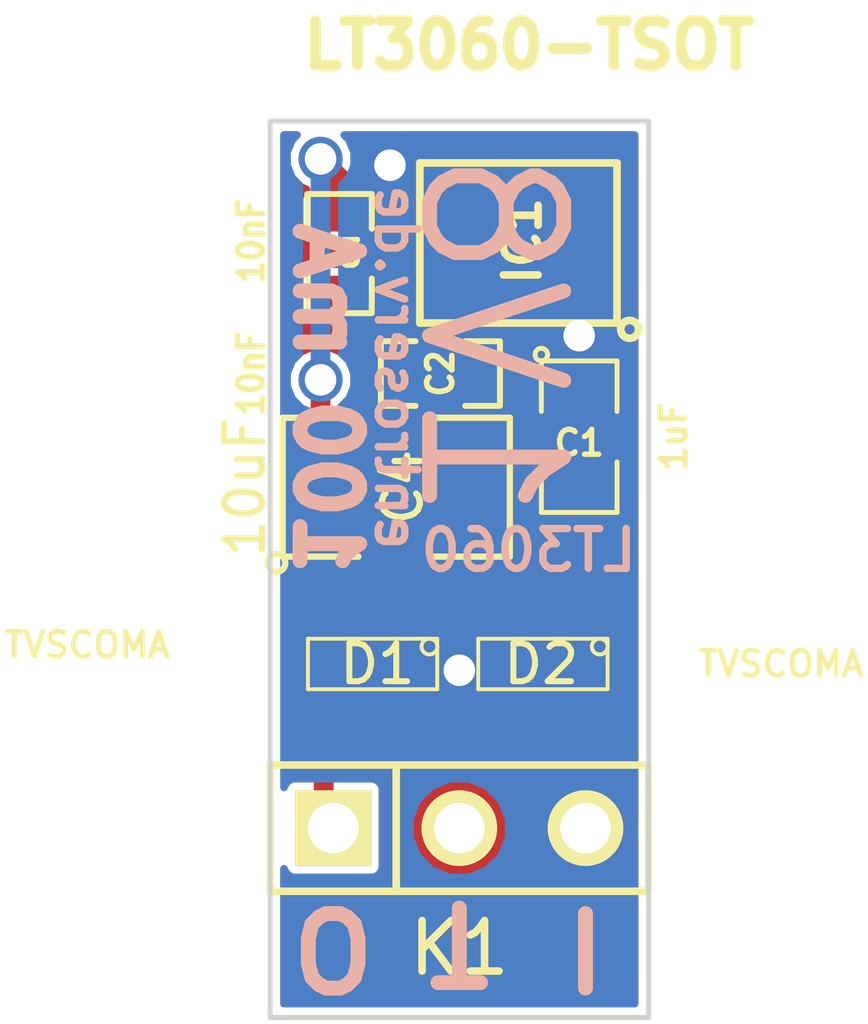
<source format=kicad_pcb>
(kicad_pcb (version 3) (host pcbnew "(2013-07-07 BZR 4022)-stable")

  (general
    (links 19)
    (no_connects 0)
    (area 47.507548 47.0011 65.776452 68.9372)
    (thickness 1.6)
    (drawings 12)
    (tracks 31)
    (zones 0)
    (modules 8)
    (nets 7)
  )

  (page A3)
  (layers
    (15 F.Cu signal)
    (0 B.Cu signal)
    (16 B.Adhes user)
    (17 F.Adhes user)
    (18 B.Paste user)
    (19 F.Paste user)
    (20 B.SilkS user)
    (21 F.SilkS user)
    (22 B.Mask user)
    (23 F.Mask user)
    (24 Dwgs.User user)
    (25 Cmts.User user)
    (26 Eco1.User user)
    (27 Eco2.User user)
    (28 Edge.Cuts user)
  )

  (setup
    (last_trace_width 0.4)
    (trace_clearance 0.154)
    (zone_clearance 0.154)
    (zone_45_only no)
    (trace_min 0.254)
    (segment_width 0.2)
    (edge_width 0.1)
    (via_size 0.889)
    (via_drill 0.635)
    (via_min_size 0.889)
    (via_min_drill 0.508)
    (uvia_size 0.508)
    (uvia_drill 0.127)
    (uvias_allowed no)
    (uvia_min_size 0.508)
    (uvia_min_drill 0.127)
    (pcb_text_width 0.3)
    (pcb_text_size 1.5 1.5)
    (mod_edge_width 0.154)
    (mod_text_size 1 1)
    (mod_text_width 0.15)
    (pad_size 1.5 1.5)
    (pad_drill 0.6)
    (pad_to_mask_clearance 0)
    (aux_axis_origin 0 0)
    (visible_elements 7FFFFFFF)
    (pcbplotparams
      (layerselection 284196865)
      (usegerberextensions true)
      (excludeedgelayer true)
      (linewidth 0.150000)
      (plotframeref false)
      (viasonmask false)
      (mode 1)
      (useauxorigin false)
      (hpglpennumber 1)
      (hpglpenspeed 20)
      (hpglpendiameter 15)
      (hpglpenoverlay 2)
      (psnegative false)
      (psa4output false)
      (plotreference true)
      (plotvalue true)
      (plotothertext true)
      (plotinvisibletext false)
      (padsonsilk false)
      (subtractmaskfromsilk false)
      (outputformat 1)
      (mirror false)
      (drillshape 0)
      (scaleselection 1)
      (outputdirectory ""))
  )

  (net 0 "")
  (net 1 /Vin)
  (net 2 /Vout)
  (net 3 GND)
  (net 4 N-000001)
  (net 5 N-000002)
  (net 6 N-000004)

  (net_class Default "Dies ist die voreingestellte Netzklasse."
    (clearance 0.154)
    (trace_width 0.4)
    (via_dia 0.889)
    (via_drill 0.635)
    (uvia_dia 0.508)
    (uvia_drill 0.127)
    (add_net "")
    (add_net /Vin)
    (add_net /Vout)
    (add_net GND)
    (add_net N-000001)
    (add_net N-000002)
    (add_net N-000004)
  )

  (module SM1210 (layer F.Cu) (tedit 53DE8A50) (tstamp 53DC3E22)
    (at 55.88 56.642)
    (tags "CMS SM")
    (path /53DBB648)
    (attr smd)
    (fp_text reference C4 (at 0.127 0 90) (layer F.SilkS)
      (effects (font (size 0.762 0.762) (thickness 0.127)))
    )
    (fp_text value 10uF (at -3.048 0 90) (layer F.SilkS)
      (effects (font (size 0.762 0.762) (thickness 0.127)))
    )
    (fp_circle (center -2.413 1.524) (end -2.286 1.397) (layer F.SilkS) (width 0.127))
    (fp_line (start -0.762 -1.397) (end -2.286 -1.397) (layer F.SilkS) (width 0.127))
    (fp_line (start -2.286 -1.397) (end -2.286 1.397) (layer F.SilkS) (width 0.127))
    (fp_line (start -2.286 1.397) (end -0.762 1.397) (layer F.SilkS) (width 0.127))
    (fp_line (start 0.762 1.397) (end 2.286 1.397) (layer F.SilkS) (width 0.127))
    (fp_line (start 2.286 1.397) (end 2.286 -1.397) (layer F.SilkS) (width 0.127))
    (fp_line (start 2.286 -1.397) (end 0.762 -1.397) (layer F.SilkS) (width 0.127))
    (pad 1 smd rect (at -1.524 0) (size 1.27 2.54)
      (layers F.Cu F.Paste F.Mask)
      (net 2 /Vout)
    )
    (pad 2 smd rect (at 1.524 0) (size 1.27 2.54)
      (layers F.Cu F.Paste F.Mask)
      (net 3 GND)
    )
    (model smd/chip_cms.wrl
      (at (xyz 0 0 0))
      (scale (xyz 0.17 0.2 0.17))
      (rotate (xyz 0 0 0))
    )
  )

  (module SM0805 (layer F.Cu) (tedit 53DE8A44) (tstamp 53DC3E2F)
    (at 59.563 55.626 270)
    (path /53DBB64E)
    (attr smd)
    (fp_text reference C1 (at 0.127 0 360) (layer F.SilkS)
      (effects (font (size 0.50038 0.50038) (thickness 0.10922)))
    )
    (fp_text value 1uF (at 0 -1.905 270) (layer F.SilkS)
      (effects (font (size 0.50038 0.50038) (thickness 0.10922)))
    )
    (fp_circle (center -1.651 0.762) (end -1.651 0.635) (layer F.SilkS) (width 0.09906))
    (fp_line (start -0.508 0.762) (end -1.524 0.762) (layer F.SilkS) (width 0.09906))
    (fp_line (start -1.524 0.762) (end -1.524 -0.762) (layer F.SilkS) (width 0.09906))
    (fp_line (start -1.524 -0.762) (end -0.508 -0.762) (layer F.SilkS) (width 0.09906))
    (fp_line (start 0.508 -0.762) (end 1.524 -0.762) (layer F.SilkS) (width 0.09906))
    (fp_line (start 1.524 -0.762) (end 1.524 0.762) (layer F.SilkS) (width 0.09906))
    (fp_line (start 1.524 0.762) (end 0.508 0.762) (layer F.SilkS) (width 0.09906))
    (pad 1 smd rect (at -0.9525 0 270) (size 0.889 1.397)
      (layers F.Cu F.Paste F.Mask)
      (net 1 /Vin)
    )
    (pad 2 smd rect (at 0.9525 0 270) (size 0.889 1.397)
      (layers F.Cu F.Paste F.Mask)
      (net 3 GND)
    )
    (model smd/chip_cms.wrl
      (at (xyz 0 0 0))
      (scale (xyz 0.1 0.1 0.1))
      (rotate (xyz 0 0 0))
    )
  )

  (module SM0603_Capa (layer F.Cu) (tedit 53DE8A55) (tstamp 53DC3E3B)
    (at 56.769 54.356)
    (path /53DBB623)
    (attr smd)
    (fp_text reference C2 (at 0 0 90) (layer F.SilkS)
      (effects (font (size 0.508 0.4572) (thickness 0.1143)))
    )
    (fp_text value 10nF (at -3.81 0 90) (layer F.SilkS)
      (effects (font (size 0.508 0.4572) (thickness 0.1143)))
    )
    (fp_line (start 0.50038 0.65024) (end 1.19888 0.65024) (layer F.SilkS) (width 0.11938))
    (fp_line (start -0.50038 0.65024) (end -1.19888 0.65024) (layer F.SilkS) (width 0.11938))
    (fp_line (start 0.50038 -0.65024) (end 1.19888 -0.65024) (layer F.SilkS) (width 0.11938))
    (fp_line (start -1.19888 -0.65024) (end -0.50038 -0.65024) (layer F.SilkS) (width 0.11938))
    (fp_line (start 1.19888 -0.635) (end 1.19888 0.635) (layer F.SilkS) (width 0.11938))
    (fp_line (start -1.19888 0.635) (end -1.19888 -0.635) (layer F.SilkS) (width 0.11938))
    (pad 1 smd rect (at -0.762 0) (size 0.635 1.143)
      (layers F.Cu F.Paste F.Mask)
      (net 4 N-000001)
    )
    (pad 2 smd rect (at 0.762 0) (size 0.635 1.143)
      (layers F.Cu F.Paste F.Mask)
      (net 3 GND)
    )
    (model smd\capacitors\C0603.wrl
      (at (xyz 0 0 0.001))
      (scale (xyz 0.5 0.5 0.5))
      (rotate (xyz 0 0 0))
    )
  )

  (module SM0603_Capa (layer F.Cu) (tedit 53DE8A60) (tstamp 53DC3E47)
    (at 54.737 51.943 270)
    (path /53DBB63F)
    (attr smd)
    (fp_text reference C3 (at 0 0 360) (layer F.SilkS)
      (effects (font (size 0.508 0.4572) (thickness 0.1143)))
    )
    (fp_text value 10nF (at -0.254 1.778 270) (layer F.SilkS)
      (effects (font (size 0.508 0.4572) (thickness 0.1143)))
    )
    (fp_line (start 0.50038 0.65024) (end 1.19888 0.65024) (layer F.SilkS) (width 0.11938))
    (fp_line (start -0.50038 0.65024) (end -1.19888 0.65024) (layer F.SilkS) (width 0.11938))
    (fp_line (start 0.50038 -0.65024) (end 1.19888 -0.65024) (layer F.SilkS) (width 0.11938))
    (fp_line (start -1.19888 -0.65024) (end -0.50038 -0.65024) (layer F.SilkS) (width 0.11938))
    (fp_line (start 1.19888 -0.635) (end 1.19888 0.635) (layer F.SilkS) (width 0.11938))
    (fp_line (start -1.19888 0.635) (end -1.19888 -0.635) (layer F.SilkS) (width 0.11938))
    (pad 1 smd rect (at -0.762 0 270) (size 0.635 1.143)
      (layers F.Cu F.Paste F.Mask)
      (net 2 /Vout)
    )
    (pad 2 smd rect (at 0.762 0 270) (size 0.635 1.143)
      (layers F.Cu F.Paste F.Mask)
      (net 5 N-000002)
    )
    (model smd\capacitors\C0603.wrl
      (at (xyz 0 0 0.001))
      (scale (xyz 0.5 0.5 0.5))
      (rotate (xyz 0 0 0))
    )
  )

  (module PIN_ARRAY_3X1 (layer F.Cu) (tedit 53DE8DD2) (tstamp 53DC3E53)
    (at 57.15 63.5)
    (descr "Connecteur 3 pins")
    (tags "CONN DEV")
    (path /53DBB569)
    (fp_text reference K1 (at 0 2.413) (layer F.SilkS)
      (effects (font (size 1.016 1.016) (thickness 0.1524)))
    )
    (fp_text value CONN_3 (at 0.127 4.699) (layer F.SilkS) hide
      (effects (font (size 1.016 1.016) (thickness 0.1524)))
    )
    (fp_line (start -3.81 1.27) (end -3.81 -1.27) (layer F.SilkS) (width 0.1524))
    (fp_line (start -3.81 -1.27) (end 3.81 -1.27) (layer F.SilkS) (width 0.1524))
    (fp_line (start 3.81 -1.27) (end 3.81 1.27) (layer F.SilkS) (width 0.1524))
    (fp_line (start 3.81 1.27) (end -3.81 1.27) (layer F.SilkS) (width 0.1524))
    (fp_line (start -1.27 -1.27) (end -1.27 1.27) (layer F.SilkS) (width 0.1524))
    (pad 1 thru_hole rect (at -2.54 0) (size 1.524 1.524) (drill 1.016)
      (layers *.Cu *.Mask F.SilkS)
      (net 2 /Vout)
    )
    (pad 2 thru_hole circle (at 0 0) (size 1.524 1.524) (drill 1.016)
      (layers *.Cu *.Mask F.SilkS)
      (net 3 GND)
    )
    (pad 3 thru_hole circle (at 2.54 0) (size 1.524 1.524) (drill 1.016)
      (layers *.Cu *.Mask F.SilkS)
      (net 1 /Vin)
    )
    (model pin_array/pins_array_3x1.wrl
      (at (xyz 0 0 0))
      (scale (xyz 1 1 1))
      (rotate (xyz 0 0 0))
    )
  )

  (module tsot23-8 (layer F.Cu) (tedit 53DE8A36) (tstamp 53DE8AC1)
    (at 59.69 52.705 90)
    (path /53DBE0F4)
    (fp_text reference IC1 (at 1.016 -1.27 90) (layer F.SilkS)
      (effects (font (size 0.7 0.7) (thickness 0.154)))
    )
    (fp_text value LT3060-TSOT (at 4.953 -1.143 360) (layer F.SilkS)
      (effects (font (size 0.889 0.889) (thickness 0.3048)))
    )
    (fp_circle (center -0.762 0.889) (end -0.635 1.016) (layer F.SilkS) (width 0.154))
    (fp_line (start -0.635 0.635) (end 2.58572 0.635) (layer F.SilkS) (width 0.154))
    (fp_line (start 2.58572 0.635) (end 2.58572 -3.33502) (layer F.SilkS) (width 0.154))
    (fp_line (start 2.58572 -3.33502) (end -0.635 -3.33502) (layer F.SilkS) (width 0.154))
    (fp_line (start -0.635 -3.33502) (end -0.635 0.635) (layer F.SilkS) (width 0.154))
    (pad 1 smd rect (at 0 0 90) (size 0.40132 1.3208)
      (layers F.Cu F.Paste F.Mask)
      (net 1 /Vin)
    )
    (pad 2 smd rect (at 0.65024 0 90) (size 0.40132 1.3208)
      (layers F.Cu F.Paste F.Mask)
      (net 3 GND)
    )
    (pad 3 smd rect (at 1.30048 0 90) (size 0.40132 1.3208)
      (layers F.Cu F.Paste F.Mask)
      (net 3 GND)
    )
    (pad 4 smd rect (at 1.95072 0 90) (size 0.40132 1.3208)
      (layers F.Cu F.Paste F.Mask)
      (net 3 GND)
    )
    (pad 5 smd rect (at 1.95072 -2.70002 270) (size 0.40132 1.3208)
      (layers F.Cu F.Paste F.Mask)
      (net 1 /Vin)
    )
    (pad 6 smd rect (at 1.30048 -2.70002 270) (size 0.40132 1.3208)
      (layers F.Cu F.Paste F.Mask)
      (net 2 /Vout)
    )
    (pad 7 smd rect (at 0.65024 -2.70002 270) (size 0.40132 1.3208)
      (layers F.Cu F.Paste F.Mask)
      (net 5 N-000002)
    )
    (pad 8 smd rect (at 0 -2.70002 270) (size 0.40132 1.3208)
      (layers F.Cu F.Paste F.Mask)
      (net 4 N-000001)
    )
  )

  (module SOT23 (layer F.Cu) (tedit 53FE80D9) (tstamp 53FE7FB9)
    (at 58.801 60.198 180)
    (tags SOT23)
    (path /53FE54F9)
    (fp_text reference D2 (at 0 0 180) (layer F.SilkS)
      (effects (font (size 0.762 0.762) (thickness 0.11938)))
    )
    (fp_text value TVSCOMA (at -4.826 0 180) (layer F.SilkS)
      (effects (font (size 0.50038 0.50038) (thickness 0.09906)))
    )
    (fp_circle (center -1.17602 0.35052) (end -1.30048 0.44958) (layer F.SilkS) (width 0.07874))
    (fp_line (start 1.27 -0.508) (end 1.27 0.508) (layer F.SilkS) (width 0.07874))
    (fp_line (start -1.3335 -0.508) (end -1.3335 0.508) (layer F.SilkS) (width 0.07874))
    (fp_line (start 1.27 0.508) (end -1.3335 0.508) (layer F.SilkS) (width 0.07874))
    (fp_line (start -1.3335 -0.508) (end 1.27 -0.508) (layer F.SilkS) (width 0.07874))
    (pad 3 smd rect (at 0 -1.09982 180) (size 0.8001 1.00076)
      (layers F.Cu F.Paste F.Mask)
      (net 6 N-000004)
    )
    (pad 2 smd rect (at 0.9525 1.09982 180) (size 0.8001 1.00076)
      (layers F.Cu F.Paste F.Mask)
      (net 3 GND)
    )
    (pad 1 smd rect (at -0.9525 1.09982 180) (size 0.8001 1.00076)
      (layers F.Cu F.Paste F.Mask)
      (net 3 GND)
    )
    (model smd\SOT23_3.wrl
      (at (xyz 0 0 0))
      (scale (xyz 0.4 0.4 0.4))
      (rotate (xyz 0 0 180))
    )
  )

  (module SOT23 (layer F.Cu) (tedit 53FE80D1) (tstamp 53FE7FC6)
    (at 55.372 60.198 180)
    (tags SOT23)
    (path /53FE53A3)
    (fp_text reference D1 (at -0.127 0 180) (layer F.SilkS)
      (effects (font (size 0.762 0.762) (thickness 0.11938)))
    )
    (fp_text value TVSCOMA (at 5.715 0.381 180) (layer F.SilkS)
      (effects (font (size 0.50038 0.50038) (thickness 0.09906)))
    )
    (fp_circle (center -1.17602 0.35052) (end -1.30048 0.44958) (layer F.SilkS) (width 0.07874))
    (fp_line (start 1.27 -0.508) (end 1.27 0.508) (layer F.SilkS) (width 0.07874))
    (fp_line (start -1.3335 -0.508) (end -1.3335 0.508) (layer F.SilkS) (width 0.07874))
    (fp_line (start 1.27 0.508) (end -1.3335 0.508) (layer F.SilkS) (width 0.07874))
    (fp_line (start -1.3335 -0.508) (end 1.27 -0.508) (layer F.SilkS) (width 0.07874))
    (pad 3 smd rect (at 0 -1.09982 180) (size 0.8001 1.00076)
      (layers F.Cu F.Paste F.Mask)
      (net 6 N-000004)
    )
    (pad 2 smd rect (at 0.9525 1.09982 180) (size 0.8001 1.00076)
      (layers F.Cu F.Paste F.Mask)
      (net 2 /Vout)
    )
    (pad 1 smd rect (at -0.9525 1.09982 180) (size 0.8001 1.00076)
      (layers F.Cu F.Paste F.Mask)
      (net 1 /Vin)
    )
    (model smd\SOT23_3.wrl
      (at (xyz 0 0 0))
      (scale (xyz 0.4 0.4 0.4))
      (rotate (xyz 0 0 180))
    )
  )

  (gr_line (start 53.34 67.31) (end 53.34 49.276) (angle 90) (layer Edge.Cuts) (width 0.1))
  (gr_line (start 60.96 67.31) (end 53.34 67.31) (angle 90) (layer Edge.Cuts) (width 0.1))
  (gr_line (start 60.96 49.276) (end 60.96 67.31) (angle 90) (layer Edge.Cuts) (width 0.1))
  (gr_text I (at 59.69 66.04) (layer B.SilkS)
    (effects (font (size 1.5 1.5) (thickness 0.3)) (justify mirror))
  )
  (gr_text T (at 57.15 65.786 180) (layer B.SilkS)
    (effects (font (size 1.5 1.5) (thickness 0.3)) (justify mirror))
  )
  (gr_text O (at 54.61 66.04) (layer B.SilkS)
    (effects (font (size 1.5 1.5) (thickness 0.3)) (justify mirror))
  )
  (gr_text entroserv.de (at 55.88 54.229 270) (layer B.SilkS)
    (effects (font (size 0.8 0.8) (thickness 0.15)) (justify mirror))
  )
  (gr_text LT3060 (at 58.547 57.912) (layer B.SilkS)
    (effects (font (size 0.8 0.8) (thickness 0.15)) (justify mirror))
  )
  (gr_text "100 mA" (at 54.483 54.864 270) (layer B.SilkS)
    (effects (font (size 1.2 1.2) (thickness 0.3)) (justify mirror))
  )
  (gr_line (start 60.96 67.31) (end 53.34 67.31) (angle 90) (layer Edge.Cuts) (width 0.1))
  (gr_line (start 53.34 49.276) (end 60.96 49.276) (angle 90) (layer Edge.Cuts) (width 0.1))
  (gr_text 1V8 (at 57.785 53.594 270) (layer B.SilkS)
    (effects (font (size 2.7 2.7) (thickness 0.3)) (justify mirror))
  )

  (segment (start 56.3245 59.09818) (end 56.3245 59.4995) (width 0.4) (layer F.Cu) (net 1))
  (segment (start 57.15 60.325) (end 57.277 60.325) (width 0.4) (layer B.Cu) (net 1) (tstamp 53FE809C))
  (via (at 57.15 60.325) (size 0.889) (layers F.Cu B.Cu) (net 1))
  (segment (start 56.3245 59.4995) (end 57.15 60.325) (width 0.4) (layer F.Cu) (net 1) (tstamp 53FE8095))
  (segment (start 56.98998 50.75428) (end 56.34228 50.75428) (width 0.4) (layer F.Cu) (net 1))
  (via (at 55.753 50.165) (size 0.889) (layers F.Cu B.Cu) (net 1))
  (segment (start 56.34228 50.75428) (end 55.753 50.165) (width 0.4) (layer F.Cu) (net 1) (tstamp 53DE81FC))
  (segment (start 59.563 53.594) (end 59.563 52.832) (width 0.4) (layer F.Cu) (net 1))
  (via (at 59.563 53.594) (size 0.889) (layers F.Cu B.Cu) (net 1))
  (segment (start 59.563 54.6735) (end 59.563 53.594) (width 0.4) (layer F.Cu) (net 1))
  (segment (start 59.563 52.832) (end 59.69 52.705) (width 0.4) (layer F.Cu) (net 1) (tstamp 53DE861F))
  (segment (start 54.4195 59.09818) (end 54.4195 63.3095) (width 0.4) (layer F.Cu) (net 2))
  (segment (start 54.4195 63.3095) (end 54.61 63.5) (width 0.4) (layer F.Cu) (net 2) (tstamp 53FE8092))
  (segment (start 54.356 56.642) (end 54.356 59.03468) (width 0.4) (layer F.Cu) (net 2))
  (segment (start 54.356 59.03468) (end 54.4195 59.09818) (width 0.4) (layer F.Cu) (net 2) (tstamp 53FE808F))
  (segment (start 54.356 56.642) (end 54.356 54.483) (width 0.4) (layer F.Cu) (net 2))
  (via (at 54.356 54.483) (size 0.889) (layers F.Cu B.Cu) (net 2))
  (segment (start 54.356 54.483) (end 54.356 50.038) (width 0.4) (layer B.Cu) (net 2) (tstamp 53DE8330))
  (via (at 54.356 50.038) (size 0.889) (layers F.Cu B.Cu) (net 2))
  (segment (start 54.356 50.038) (end 54.737 50.419) (width 0.4) (layer F.Cu) (net 2) (tstamp 53DE8335))
  (segment (start 54.737 50.419) (end 54.737 51.181) (width 0.4) (layer F.Cu) (net 2) (tstamp 53DE8336))
  (segment (start 56.98998 51.40452) (end 55.97652 51.40452) (width 0.4) (layer F.Cu) (net 2))
  (segment (start 55.753 51.181) (end 54.737 51.181) (width 0.4) (layer F.Cu) (net 2) (tstamp 53DE81C5))
  (segment (start 55.97652 51.40452) (end 55.753 51.181) (width 0.4) (layer F.Cu) (net 2) (tstamp 53DE81C2))
  (segment (start 56.007 54.356) (end 56.007 53.086) (width 0.4) (layer F.Cu) (net 4))
  (segment (start 56.388 52.705) (end 56.98998 52.705) (width 0.4) (layer F.Cu) (net 4) (tstamp 53DE8304))
  (segment (start 56.007 53.086) (end 56.388 52.705) (width 0.4) (layer F.Cu) (net 4) (tstamp 53DE8302))
  (segment (start 56.98998 52.05476) (end 56.02224 52.05476) (width 0.4) (layer F.Cu) (net 5))
  (segment (start 55.372 52.705) (end 54.737 52.705) (width 0.4) (layer F.Cu) (net 5) (tstamp 53DE82F9))
  (segment (start 56.02224 52.05476) (end 55.372 52.705) (width 0.4) (layer F.Cu) (net 5) (tstamp 53DE82F6))
  (segment (start 58.801 61.29782) (end 55.372 61.29782) (width 0.4) (layer F.Cu) (net 6))

  (zone (net 3) (net_name GND) (layer F.Cu) (tstamp 53FE39FD) (hatch edge 0.508)
    (connect_pads yes (clearance 0.154))
    (min_thickness 0.154)
    (fill (arc_segments 16) (thermal_gap 0.508) (thermal_bridge_width 0.508))
    (polygon
      (pts
        (xy 60.96 67.31) (xy 53.34 67.31) (xy 53.34 49.276) (xy 60.96 49.276)
      )
    )
    (filled_polygon
      (pts
        (xy 60.679 67.029) (xy 53.621 67.029) (xy 53.621 64.317522) (xy 53.652054 64.39268) (xy 53.716979 64.457717)
        (xy 53.80185 64.492959) (xy 53.893747 64.493039) (xy 55.417747 64.493039) (xy 55.50268 64.457946) (xy 55.567717 64.393021)
        (xy 55.602959 64.30815) (xy 55.603039 64.216253) (xy 55.603039 62.692253) (xy 55.567946 62.60732) (xy 55.503021 62.542283)
        (xy 55.41815 62.507041) (xy 55.326253 62.506961) (xy 54.8505 62.506961) (xy 54.8505 61.997891) (xy 54.9258 62.029159)
        (xy 55.017697 62.029239) (xy 55.817797 62.029239) (xy 55.90273 61.994146) (xy 55.967767 61.929221) (xy 56.003009 61.84435)
        (xy 56.003089 61.752453) (xy 56.003089 61.72882) (xy 58.169911 61.72882) (xy 58.169911 61.843947) (xy 58.205004 61.92888)
        (xy 58.269929 61.993917) (xy 58.3548 62.029159) (xy 58.446697 62.029239) (xy 59.246797 62.029239) (xy 59.33173 61.994146)
        (xy 59.396767 61.929221) (xy 59.432009 61.84435) (xy 59.432089 61.752453) (xy 59.432089 60.751693) (xy 59.396996 60.66676)
        (xy 59.332071 60.601723) (xy 59.2472 60.566481) (xy 59.155303 60.566401) (xy 58.355203 60.566401) (xy 58.27027 60.601494)
        (xy 58.205233 60.666419) (xy 58.169991 60.75129) (xy 58.169911 60.843187) (xy 58.169911 60.86682) (xy 57.563369 60.86682)
        (xy 57.722327 60.70814) (xy 57.825383 60.459955) (xy 57.825617 60.191224) (xy 57.722995 59.94286) (xy 57.53314 59.752673)
        (xy 57.284955 59.649617) (xy 57.083967 59.649441) (xy 56.955589 59.521063) (xy 56.955589 58.552053) (xy 56.920496 58.46712)
        (xy 56.855571 58.402083) (xy 56.7707 58.366841) (xy 56.678803 58.366761) (xy 55.878703 58.366761) (xy 55.79377 58.401854)
        (xy 55.728733 58.466779) (xy 55.693491 58.55165) (xy 55.693411 58.643547) (xy 55.693411 59.644307) (xy 55.728504 59.72924)
        (xy 55.793429 59.794277) (xy 55.8783 59.829519) (xy 55.970197 59.829599) (xy 56.045073 59.829599) (xy 56.474556 60.259082)
        (xy 56.474383 60.458776) (xy 56.577005 60.70714) (xy 56.736406 60.86682) (xy 56.003089 60.86682) (xy 56.003089 60.751693)
        (xy 55.967996 60.66676) (xy 55.903071 60.601723) (xy 55.8182 60.566481) (xy 55.726303 60.566401) (xy 54.926203 60.566401)
        (xy 54.8505 60.59768) (xy 54.8505 59.829599) (xy 54.865297 59.829599) (xy 54.95023 59.794506) (xy 55.015267 59.729581)
        (xy 55.050509 59.64471) (xy 55.050589 59.552813) (xy 55.050589 58.552053) (xy 55.015496 58.46712) (xy 54.950571 58.402083)
        (xy 54.8657 58.366841) (xy 54.787 58.366772) (xy 54.787 58.143039) (xy 55.036747 58.143039) (xy 55.12168 58.107946)
        (xy 55.186717 58.043021) (xy 55.221959 57.95815) (xy 55.222039 57.866253) (xy 55.222039 55.326253) (xy 55.186946 55.24132)
        (xy 55.122021 55.176283) (xy 55.03715 55.141041) (xy 54.945253 55.140961) (xy 54.787 55.140961) (xy 54.787 55.00722)
        (xy 54.928327 54.86614) (xy 55.031383 54.617955) (xy 55.031617 54.349224) (xy 54.928995 54.10086) (xy 54.73914 53.910673)
        (xy 54.490955 53.807617) (xy 54.222224 53.807383) (xy 53.97386 53.910005) (xy 53.783673 54.09986) (xy 53.680617 54.348045)
        (xy 53.680383 54.616776) (xy 53.783005 54.86514) (xy 53.925 55.007383) (xy 53.925 55.140961) (xy 53.675253 55.140961)
        (xy 53.621 55.163377) (xy 53.621 49.557) (xy 53.881704 49.557) (xy 53.783673 49.65486) (xy 53.680617 49.903045)
        (xy 53.680383 50.171776) (xy 53.783005 50.42014) (xy 53.97286 50.610327) (xy 54.072842 50.651843) (xy 54.03482 50.667554)
        (xy 53.969783 50.732479) (xy 53.934541 50.81735) (xy 53.934461 50.909247) (xy 53.934461 51.544247) (xy 53.969554 51.62918)
        (xy 54.034479 51.694217) (xy 54.11935 51.729459) (xy 54.211247 51.729539) (xy 55.354247 51.729539) (xy 55.43918 51.694446)
        (xy 55.504217 51.629521) (xy 55.511492 51.612) (xy 55.574474 51.612) (xy 55.671757 51.709283) (xy 55.725083 51.744914)
        (xy 55.717477 51.749997) (xy 55.310971 52.156502) (xy 55.262753 52.156461) (xy 54.119753 52.156461) (xy 54.03482 52.191554)
        (xy 53.969783 52.256479) (xy 53.934541 52.34135) (xy 53.934461 52.433247) (xy 53.934461 53.068247) (xy 53.969554 53.15318)
        (xy 54.034479 53.218217) (xy 54.11935 53.253459) (xy 54.211247 53.253539) (xy 55.354247 53.253539) (xy 55.43918 53.218446)
        (xy 55.504217 53.153521) (xy 55.524051 53.105755) (xy 55.524051 53.105754) (xy 55.536936 53.103192) (xy 55.536937 53.103192)
        (xy 55.578043 53.075725) (xy 55.576 53.086) (xy 55.576 53.581455) (xy 55.55882 53.588554) (xy 55.493783 53.653479)
        (xy 55.458541 53.73835) (xy 55.458461 53.830247) (xy 55.458461 54.973247) (xy 55.493554 55.05818) (xy 55.558479 55.123217)
        (xy 55.64335 55.158459) (xy 55.735247 55.158539) (xy 56.370247 55.158539) (xy 56.45518 55.123446) (xy 56.520217 55.058521)
        (xy 56.555459 54.97365) (xy 56.555539 54.881753) (xy 56.555539 53.738753) (xy 56.520446 53.65382) (xy 56.455521 53.588783)
        (xy 56.438 53.581507) (xy 56.438 53.264526) (xy 56.565827 53.136699) (xy 57.696127 53.136699) (xy 57.78106 53.101606)
        (xy 57.846097 53.036681) (xy 57.881339 52.95181) (xy 57.881419 52.859913) (xy 57.881419 52.458593) (xy 57.848858 52.379789)
        (xy 57.881339 52.30157) (xy 57.881419 52.209673) (xy 57.881419 51.808353) (xy 57.848858 51.729549) (xy 57.881339 51.65133)
        (xy 57.881419 51.559433) (xy 57.881419 51.158113) (xy 57.848858 51.079309) (xy 57.881339 51.00109) (xy 57.881419 50.909193)
        (xy 57.881419 50.507873) (xy 57.846326 50.42294) (xy 57.781401 50.357903) (xy 57.69653 50.322661) (xy 57.604633 50.322581)
        (xy 56.520107 50.322581) (xy 56.428443 50.230917) (xy 56.428617 50.031224) (xy 56.325995 49.78286) (xy 56.13614 49.592673)
        (xy 56.05023 49.557) (xy 60.679 49.557) (xy 60.679 63.29325) (xy 60.581439 63.057134) (xy 60.581439 52.859913)
        (xy 60.581439 52.458593) (xy 60.546346 52.37366) (xy 60.481421 52.308623) (xy 60.39655 52.273381) (xy 60.304653 52.273301)
        (xy 58.983853 52.273301) (xy 58.89892 52.308394) (xy 58.833883 52.373319) (xy 58.798641 52.45819) (xy 58.798561 52.550087)
        (xy 58.798561 52.951407) (xy 58.833654 53.03634) (xy 58.898579 53.101377) (xy 58.98345 53.136619) (xy 59.064972 53.136689)
        (xy 58.990673 53.21086) (xy 58.887617 53.459045) (xy 58.887383 53.727776) (xy 58.990005 53.97614) (xy 59.011787 53.997961)
        (xy 58.818753 53.997961) (xy 58.73382 54.033054) (xy 58.668783 54.097979) (xy 58.633541 54.18285) (xy 58.633461 54.274747)
        (xy 58.633461 55.163747) (xy 58.668554 55.24868) (xy 58.733479 55.313717) (xy 58.81835 55.348959) (xy 58.910247 55.349039)
        (xy 60.307247 55.349039) (xy 60.39218 55.313946) (xy 60.457217 55.249021) (xy 60.492459 55.16415) (xy 60.492539 55.072253)
        (xy 60.492539 54.183253) (xy 60.457446 54.09832) (xy 60.392521 54.033283) (xy 60.30765 53.998041) (xy 60.215753 53.997961)
        (xy 60.114469 53.997961) (xy 60.135327 53.97714) (xy 60.238383 53.728955) (xy 60.238617 53.460224) (xy 60.135995 53.21186)
        (xy 60.060965 53.136699) (xy 60.396147 53.136699) (xy 60.48108 53.101606) (xy 60.546117 53.036681) (xy 60.581359 52.95181)
        (xy 60.581439 52.859913) (xy 60.581439 63.057134) (xy 60.532315 62.938246) (xy 60.253224 62.658666) (xy 59.888386 62.507173)
        (xy 59.493347 62.506828) (xy 59.128246 62.657685) (xy 58.848666 62.936776) (xy 58.697173 63.301614) (xy 58.696828 63.696653)
        (xy 58.847685 64.061754) (xy 59.126776 64.341334) (xy 59.491614 64.492827) (xy 59.886653 64.493172) (xy 60.251754 64.342315)
        (xy 60.531334 64.063224) (xy 60.679 63.707602) (xy 60.679 67.029)
      )
    )
  )
  (zone (net 1) (net_name /Vin) (layer B.Cu) (tstamp 53DE823E) (hatch edge 0.508)
    (connect_pads yes (clearance 0.154))
    (min_thickness 0.154)
    (fill (arc_segments 16) (thermal_gap 0.508) (thermal_bridge_width 0.508))
    (polygon
      (pts
        (xy 60.96 67.31) (xy 53.34 67.31) (xy 53.34 49.276) (xy 60.96 49.276)
      )
    )
    (filled_polygon
      (pts
        (xy 60.679 67.029) (xy 58.143172 67.029) (xy 58.143172 63.303347) (xy 57.992315 62.938246) (xy 57.713224 62.658666)
        (xy 57.348386 62.507173) (xy 56.953347 62.506828) (xy 56.588246 62.657685) (xy 56.308666 62.936776) (xy 56.157173 63.301614)
        (xy 56.156828 63.696653) (xy 56.307685 64.061754) (xy 56.586776 64.341334) (xy 56.951614 64.492827) (xy 57.346653 64.493172)
        (xy 57.711754 64.342315) (xy 57.991334 64.063224) (xy 58.142827 63.698386) (xy 58.143172 63.303347) (xy 58.143172 67.029)
        (xy 53.621 67.029) (xy 53.621 64.317522) (xy 53.652054 64.39268) (xy 53.716979 64.457717) (xy 53.80185 64.492959)
        (xy 53.893747 64.493039) (xy 55.417747 64.493039) (xy 55.50268 64.457946) (xy 55.567717 64.393021) (xy 55.602959 64.30815)
        (xy 55.603039 64.216253) (xy 55.603039 62.692253) (xy 55.567946 62.60732) (xy 55.503021 62.542283) (xy 55.41815 62.507041)
        (xy 55.326253 62.506961) (xy 53.802253 62.506961) (xy 53.71732 62.542054) (xy 53.652283 62.606979) (xy 53.621 62.682315)
        (xy 53.621 49.557) (xy 53.881704 49.557) (xy 53.783673 49.65486) (xy 53.680617 49.903045) (xy 53.680383 50.171776)
        (xy 53.783005 50.42014) (xy 53.925 50.562383) (xy 53.925 53.958779) (xy 53.783673 54.09986) (xy 53.680617 54.348045)
        (xy 53.680383 54.616776) (xy 53.783005 54.86514) (xy 53.97286 55.055327) (xy 54.221045 55.158383) (xy 54.489776 55.158617)
        (xy 54.73814 55.055995) (xy 54.928327 54.86614) (xy 55.031383 54.617955) (xy 55.031617 54.349224) (xy 54.928995 54.10086)
        (xy 54.787 53.958616) (xy 54.787 50.56222) (xy 54.928327 50.42114) (xy 55.031383 50.172955) (xy 55.031617 49.904224)
        (xy 54.928995 49.65586) (xy 54.830307 49.557) (xy 60.679 49.557) (xy 60.679 67.029)
      )
    )
  )
)

</source>
